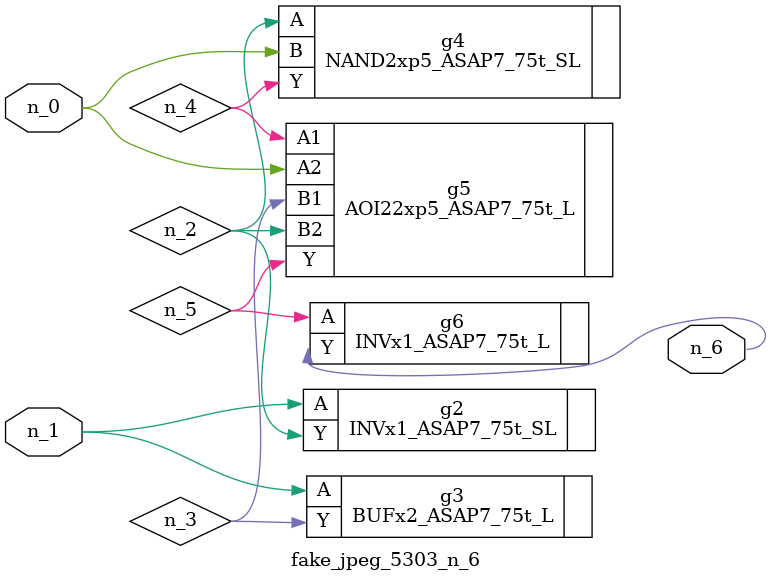
<source format=v>
module fake_jpeg_5303_n_6 (n_0, n_1, n_6);

input n_0;
input n_1;

output n_6;

wire n_2;
wire n_3;
wire n_4;
wire n_5;

INVx1_ASAP7_75t_SL g2 ( 
.A(n_1),
.Y(n_2)
);

BUFx2_ASAP7_75t_L g3 ( 
.A(n_1),
.Y(n_3)
);

NAND2xp5_ASAP7_75t_SL g4 ( 
.A(n_2),
.B(n_0),
.Y(n_4)
);

AOI22xp5_ASAP7_75t_L g5 ( 
.A1(n_4),
.A2(n_0),
.B1(n_3),
.B2(n_2),
.Y(n_5)
);

INVx1_ASAP7_75t_L g6 ( 
.A(n_5),
.Y(n_6)
);


endmodule
</source>
